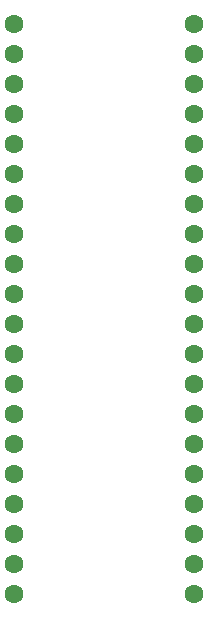
<source format=gbp>
%TF.GenerationSoftware,KiCad,Pcbnew,9.0.0*%
%TF.CreationDate,2025-03-24T10:31:21+08:00*%
%TF.ProjectId,IntelliChargingPile,496e7465-6c6c-4694-9368-617267696e67,rev?*%
%TF.SameCoordinates,Original*%
%TF.FileFunction,Paste,Bot*%
%TF.FilePolarity,Positive*%
%FSLAX46Y46*%
G04 Gerber Fmt 4.6, Leading zero omitted, Abs format (unit mm)*
G04 Created by KiCad (PCBNEW 9.0.0) date 2025-03-24 10:31:21*
%MOMM*%
%LPD*%
G01*
G04 APERTURE LIST*
%ADD10C,1.600000*%
G04 APERTURE END LIST*
D10*
%TO.C,U1*%
X104000000Y-148060000D03*
X104000000Y-145520000D03*
X104000000Y-142980000D03*
X104000000Y-140440000D03*
X104000000Y-137900000D03*
X104000000Y-135360000D03*
X104000000Y-132820000D03*
X104000000Y-130280000D03*
X104000000Y-127740000D03*
X104000000Y-125200000D03*
X104000000Y-122660000D03*
X104000000Y-120120000D03*
X104000000Y-117580000D03*
X104000000Y-115040000D03*
X104000000Y-112500000D03*
X104000000Y-109960000D03*
X104000000Y-107420000D03*
X104000000Y-104880000D03*
X104000000Y-102340000D03*
X104000000Y-99800000D03*
X88760000Y-99800000D03*
X88760000Y-102340000D03*
X88760000Y-104880000D03*
X88760000Y-107420000D03*
X88760000Y-109960000D03*
X88760000Y-112500000D03*
X88760000Y-115040000D03*
X88760000Y-117580000D03*
X88760000Y-120120000D03*
X88760000Y-122660000D03*
X88760000Y-125200000D03*
X88760000Y-127740000D03*
X88760000Y-130280000D03*
X88760000Y-132820000D03*
X88760000Y-135360000D03*
X88760000Y-137900000D03*
X88760000Y-140440000D03*
X88760000Y-142980000D03*
X88760000Y-145520000D03*
X88760000Y-148060000D03*
%TD*%
M02*

</source>
